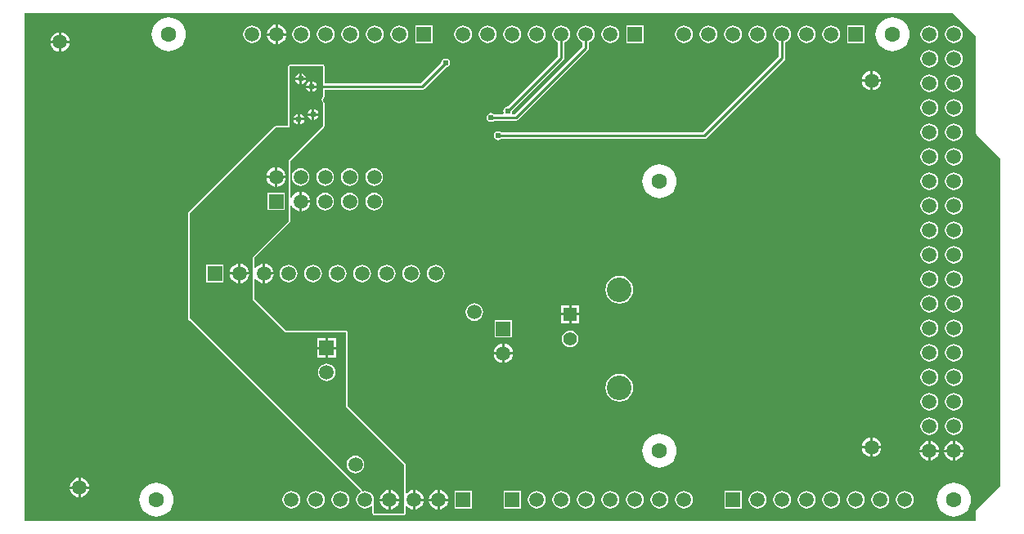
<source format=gbl>
G04*
G04 #@! TF.GenerationSoftware,Altium Limited,Altium Designer,20.0.14 (345)*
G04*
G04 Layer_Physical_Order=2*
G04 Layer_Color=16711680*
%FSLAX43Y43*%
%MOMM*%
G71*
G01*
G75*
%ADD13C,0.254*%
%ADD44C,1.500*%
%ADD45C,1.400*%
%ADD46R,1.400X1.400*%
%ADD47C,2.550*%
%ADD48R,1.500X1.500*%
%ADD49R,1.500X1.500*%
%ADD50C,1.600*%
%ADD51C,0.610*%
G36*
X98754Y50673D02*
Y40640D01*
X98754Y40640D01*
X98777Y40523D01*
X98844Y40424D01*
X101294Y37973D01*
Y3937D01*
X98844Y1486D01*
X98844Y1486D01*
X98777Y1387D01*
X98754Y1270D01*
X98754Y1270D01*
Y306D01*
X306D01*
Y53034D01*
X96393D01*
X98754Y50673D01*
D02*
G37*
%LPC*%
G36*
X26543Y51796D02*
Y50927D01*
X27412D01*
X27394Y51062D01*
X27293Y51306D01*
X27132Y51516D01*
X26922Y51677D01*
X26678Y51778D01*
X26543Y51796D01*
D02*
G37*
G36*
X26289D02*
X26154Y51778D01*
X25910Y51677D01*
X25700Y51516D01*
X25539Y51306D01*
X25438Y51062D01*
X25420Y50927D01*
X26289D01*
Y51796D01*
D02*
G37*
G36*
X4127Y50996D02*
Y50127D01*
X4996D01*
X4978Y50262D01*
X4877Y50506D01*
X4716Y50716D01*
X4506Y50877D01*
X4262Y50978D01*
X4127Y50996D01*
D02*
G37*
G36*
X3873D02*
X3738Y50978D01*
X3494Y50877D01*
X3284Y50716D01*
X3123Y50506D01*
X3022Y50262D01*
X3004Y50127D01*
X3873D01*
Y50996D01*
D02*
G37*
G36*
X87262Y51702D02*
X85458D01*
Y49898D01*
X87262D01*
Y51702D01*
D02*
G37*
G36*
X64402D02*
X62598D01*
Y49898D01*
X64402D01*
Y51702D01*
D02*
G37*
G36*
X42558D02*
X40754D01*
Y49898D01*
X42558D01*
Y51702D01*
D02*
G37*
G36*
X96520Y51710D02*
X96284Y51679D01*
X96065Y51588D01*
X95876Y51444D01*
X95732Y51255D01*
X95641Y51036D01*
X95610Y50800D01*
X95641Y50564D01*
X95732Y50345D01*
X95876Y50156D01*
X96065Y50012D01*
X96284Y49921D01*
X96520Y49890D01*
X96756Y49921D01*
X96975Y50012D01*
X97164Y50156D01*
X97308Y50345D01*
X97399Y50564D01*
X97430Y50800D01*
X97399Y51036D01*
X97308Y51255D01*
X97164Y51444D01*
X96975Y51588D01*
X96756Y51679D01*
X96520Y51710D01*
D02*
G37*
G36*
X93980D02*
X93744Y51679D01*
X93525Y51588D01*
X93336Y51444D01*
X93192Y51255D01*
X93101Y51036D01*
X93070Y50800D01*
X93101Y50564D01*
X93192Y50345D01*
X93336Y50156D01*
X93525Y50012D01*
X93744Y49921D01*
X93980Y49890D01*
X94216Y49921D01*
X94435Y50012D01*
X94624Y50156D01*
X94768Y50345D01*
X94859Y50564D01*
X94890Y50800D01*
X94859Y51036D01*
X94768Y51255D01*
X94624Y51444D01*
X94435Y51588D01*
X94216Y51679D01*
X93980Y51710D01*
D02*
G37*
G36*
X83820D02*
X83584Y51679D01*
X83365Y51588D01*
X83176Y51444D01*
X83032Y51255D01*
X82941Y51036D01*
X82910Y50800D01*
X82941Y50564D01*
X83032Y50345D01*
X83176Y50156D01*
X83365Y50012D01*
X83584Y49921D01*
X83820Y49890D01*
X84056Y49921D01*
X84275Y50012D01*
X84464Y50156D01*
X84608Y50345D01*
X84699Y50564D01*
X84730Y50800D01*
X84699Y51036D01*
X84608Y51255D01*
X84464Y51444D01*
X84275Y51588D01*
X84056Y51679D01*
X83820Y51710D01*
D02*
G37*
G36*
X81280D02*
X81044Y51679D01*
X80825Y51588D01*
X80636Y51444D01*
X80492Y51255D01*
X80401Y51036D01*
X80370Y50800D01*
X80401Y50564D01*
X80492Y50345D01*
X80636Y50156D01*
X80825Y50012D01*
X81044Y49921D01*
X81280Y49890D01*
X81516Y49921D01*
X81735Y50012D01*
X81924Y50156D01*
X82068Y50345D01*
X82159Y50564D01*
X82190Y50800D01*
X82159Y51036D01*
X82068Y51255D01*
X81924Y51444D01*
X81735Y51588D01*
X81516Y51679D01*
X81280Y51710D01*
D02*
G37*
G36*
X76200D02*
X75964Y51679D01*
X75745Y51588D01*
X75556Y51444D01*
X75412Y51255D01*
X75321Y51036D01*
X75290Y50800D01*
X75321Y50564D01*
X75412Y50345D01*
X75556Y50156D01*
X75745Y50012D01*
X75964Y49921D01*
X76200Y49890D01*
X76436Y49921D01*
X76655Y50012D01*
X76844Y50156D01*
X76988Y50345D01*
X77079Y50564D01*
X77110Y50800D01*
X77079Y51036D01*
X76988Y51255D01*
X76844Y51444D01*
X76655Y51588D01*
X76436Y51679D01*
X76200Y51710D01*
D02*
G37*
G36*
X73660D02*
X73424Y51679D01*
X73205Y51588D01*
X73016Y51444D01*
X72872Y51255D01*
X72781Y51036D01*
X72750Y50800D01*
X72781Y50564D01*
X72872Y50345D01*
X73016Y50156D01*
X73205Y50012D01*
X73424Y49921D01*
X73660Y49890D01*
X73896Y49921D01*
X74115Y50012D01*
X74304Y50156D01*
X74448Y50345D01*
X74539Y50564D01*
X74570Y50800D01*
X74539Y51036D01*
X74448Y51255D01*
X74304Y51444D01*
X74115Y51588D01*
X73896Y51679D01*
X73660Y51710D01*
D02*
G37*
G36*
X71120D02*
X70884Y51679D01*
X70665Y51588D01*
X70476Y51444D01*
X70332Y51255D01*
X70241Y51036D01*
X70210Y50800D01*
X70241Y50564D01*
X70332Y50345D01*
X70476Y50156D01*
X70665Y50012D01*
X70884Y49921D01*
X71120Y49890D01*
X71356Y49921D01*
X71575Y50012D01*
X71764Y50156D01*
X71908Y50345D01*
X71999Y50564D01*
X72030Y50800D01*
X71999Y51036D01*
X71908Y51255D01*
X71764Y51444D01*
X71575Y51588D01*
X71356Y51679D01*
X71120Y51710D01*
D02*
G37*
G36*
X68580D02*
X68344Y51679D01*
X68125Y51588D01*
X67936Y51444D01*
X67792Y51255D01*
X67701Y51036D01*
X67670Y50800D01*
X67701Y50564D01*
X67792Y50345D01*
X67936Y50156D01*
X68125Y50012D01*
X68344Y49921D01*
X68580Y49890D01*
X68816Y49921D01*
X69035Y50012D01*
X69224Y50156D01*
X69368Y50345D01*
X69459Y50564D01*
X69490Y50800D01*
X69459Y51036D01*
X69368Y51255D01*
X69224Y51444D01*
X69035Y51588D01*
X68816Y51679D01*
X68580Y51710D01*
D02*
G37*
G36*
X60960D02*
X60724Y51679D01*
X60505Y51588D01*
X60316Y51444D01*
X60172Y51255D01*
X60081Y51036D01*
X60050Y50800D01*
X60081Y50564D01*
X60172Y50345D01*
X60316Y50156D01*
X60505Y50012D01*
X60724Y49921D01*
X60960Y49890D01*
X61196Y49921D01*
X61415Y50012D01*
X61604Y50156D01*
X61748Y50345D01*
X61839Y50564D01*
X61870Y50800D01*
X61839Y51036D01*
X61748Y51255D01*
X61604Y51444D01*
X61415Y51588D01*
X61196Y51679D01*
X60960Y51710D01*
D02*
G37*
G36*
X53340D02*
X53104Y51679D01*
X52885Y51588D01*
X52696Y51444D01*
X52552Y51255D01*
X52461Y51036D01*
X52430Y50800D01*
X52461Y50564D01*
X52552Y50345D01*
X52696Y50156D01*
X52885Y50012D01*
X53104Y49921D01*
X53340Y49890D01*
X53576Y49921D01*
X53795Y50012D01*
X53984Y50156D01*
X54128Y50345D01*
X54219Y50564D01*
X54250Y50800D01*
X54219Y51036D01*
X54128Y51255D01*
X53984Y51444D01*
X53795Y51588D01*
X53576Y51679D01*
X53340Y51710D01*
D02*
G37*
G36*
X50800D02*
X50564Y51679D01*
X50345Y51588D01*
X50156Y51444D01*
X50012Y51255D01*
X49921Y51036D01*
X49890Y50800D01*
X49921Y50564D01*
X50012Y50345D01*
X50156Y50156D01*
X50345Y50012D01*
X50564Y49921D01*
X50800Y49890D01*
X51036Y49921D01*
X51255Y50012D01*
X51444Y50156D01*
X51588Y50345D01*
X51679Y50564D01*
X51710Y50800D01*
X51679Y51036D01*
X51588Y51255D01*
X51444Y51444D01*
X51255Y51588D01*
X51036Y51679D01*
X50800Y51710D01*
D02*
G37*
G36*
X48260D02*
X48024Y51679D01*
X47805Y51588D01*
X47616Y51444D01*
X47472Y51255D01*
X47381Y51036D01*
X47350Y50800D01*
X47381Y50564D01*
X47472Y50345D01*
X47616Y50156D01*
X47805Y50012D01*
X48024Y49921D01*
X48260Y49890D01*
X48496Y49921D01*
X48715Y50012D01*
X48904Y50156D01*
X49048Y50345D01*
X49139Y50564D01*
X49170Y50800D01*
X49139Y51036D01*
X49048Y51255D01*
X48904Y51444D01*
X48715Y51588D01*
X48496Y51679D01*
X48260Y51710D01*
D02*
G37*
G36*
X45720D02*
X45484Y51679D01*
X45265Y51588D01*
X45076Y51444D01*
X44932Y51255D01*
X44841Y51036D01*
X44810Y50800D01*
X44841Y50564D01*
X44932Y50345D01*
X45076Y50156D01*
X45265Y50012D01*
X45484Y49921D01*
X45720Y49890D01*
X45956Y49921D01*
X46175Y50012D01*
X46364Y50156D01*
X46508Y50345D01*
X46599Y50564D01*
X46630Y50800D01*
X46599Y51036D01*
X46508Y51255D01*
X46364Y51444D01*
X46175Y51588D01*
X45956Y51679D01*
X45720Y51710D01*
D02*
G37*
G36*
X39116D02*
X38880Y51679D01*
X38661Y51588D01*
X38472Y51444D01*
X38328Y51255D01*
X38237Y51036D01*
X38206Y50800D01*
X38237Y50564D01*
X38328Y50345D01*
X38472Y50156D01*
X38661Y50012D01*
X38880Y49921D01*
X39116Y49890D01*
X39352Y49921D01*
X39571Y50012D01*
X39760Y50156D01*
X39904Y50345D01*
X39995Y50564D01*
X40026Y50800D01*
X39995Y51036D01*
X39904Y51255D01*
X39760Y51444D01*
X39571Y51588D01*
X39352Y51679D01*
X39116Y51710D01*
D02*
G37*
G36*
X36576D02*
X36340Y51679D01*
X36121Y51588D01*
X35932Y51444D01*
X35788Y51255D01*
X35697Y51036D01*
X35666Y50800D01*
X35697Y50564D01*
X35788Y50345D01*
X35932Y50156D01*
X36121Y50012D01*
X36340Y49921D01*
X36576Y49890D01*
X36812Y49921D01*
X37031Y50012D01*
X37220Y50156D01*
X37364Y50345D01*
X37455Y50564D01*
X37486Y50800D01*
X37455Y51036D01*
X37364Y51255D01*
X37220Y51444D01*
X37031Y51588D01*
X36812Y51679D01*
X36576Y51710D01*
D02*
G37*
G36*
X34036D02*
X33800Y51679D01*
X33581Y51588D01*
X33392Y51444D01*
X33248Y51255D01*
X33157Y51036D01*
X33126Y50800D01*
X33157Y50564D01*
X33248Y50345D01*
X33392Y50156D01*
X33581Y50012D01*
X33800Y49921D01*
X34036Y49890D01*
X34272Y49921D01*
X34491Y50012D01*
X34680Y50156D01*
X34824Y50345D01*
X34915Y50564D01*
X34946Y50800D01*
X34915Y51036D01*
X34824Y51255D01*
X34680Y51444D01*
X34491Y51588D01*
X34272Y51679D01*
X34036Y51710D01*
D02*
G37*
G36*
X31496D02*
X31260Y51679D01*
X31041Y51588D01*
X30852Y51444D01*
X30708Y51255D01*
X30617Y51036D01*
X30586Y50800D01*
X30617Y50564D01*
X30708Y50345D01*
X30852Y50156D01*
X31041Y50012D01*
X31260Y49921D01*
X31496Y49890D01*
X31732Y49921D01*
X31951Y50012D01*
X32140Y50156D01*
X32284Y50345D01*
X32375Y50564D01*
X32406Y50800D01*
X32375Y51036D01*
X32284Y51255D01*
X32140Y51444D01*
X31951Y51588D01*
X31732Y51679D01*
X31496Y51710D01*
D02*
G37*
G36*
X28956D02*
X28720Y51679D01*
X28501Y51588D01*
X28312Y51444D01*
X28168Y51255D01*
X28077Y51036D01*
X28046Y50800D01*
X28077Y50564D01*
X28168Y50345D01*
X28312Y50156D01*
X28501Y50012D01*
X28720Y49921D01*
X28956Y49890D01*
X29192Y49921D01*
X29411Y50012D01*
X29600Y50156D01*
X29744Y50345D01*
X29835Y50564D01*
X29866Y50800D01*
X29835Y51036D01*
X29744Y51255D01*
X29600Y51444D01*
X29411Y51588D01*
X29192Y51679D01*
X28956Y51710D01*
D02*
G37*
G36*
X23876D02*
X23640Y51679D01*
X23421Y51588D01*
X23232Y51444D01*
X23088Y51255D01*
X22997Y51036D01*
X22966Y50800D01*
X22997Y50564D01*
X23088Y50345D01*
X23232Y50156D01*
X23421Y50012D01*
X23640Y49921D01*
X23876Y49890D01*
X24112Y49921D01*
X24331Y50012D01*
X24520Y50156D01*
X24664Y50345D01*
X24755Y50564D01*
X24786Y50800D01*
X24755Y51036D01*
X24664Y51255D01*
X24520Y51444D01*
X24331Y51588D01*
X24112Y51679D01*
X23876Y51710D01*
D02*
G37*
G36*
X27412Y50673D02*
X26543D01*
Y49804D01*
X26678Y49822D01*
X26922Y49923D01*
X27132Y50084D01*
X27293Y50294D01*
X27394Y50538D01*
X27412Y50673D01*
D02*
G37*
G36*
X26289D02*
X25420D01*
X25438Y50538D01*
X25539Y50294D01*
X25700Y50084D01*
X25910Y49923D01*
X26154Y49822D01*
X26289Y49804D01*
Y50673D01*
D02*
G37*
G36*
X90170Y52561D02*
X89826Y52527D01*
X89496Y52427D01*
X89192Y52264D01*
X88925Y52045D01*
X88706Y51778D01*
X88543Y51474D01*
X88443Y51144D01*
X88409Y50800D01*
X88443Y50456D01*
X88543Y50126D01*
X88706Y49822D01*
X88925Y49555D01*
X89192Y49336D01*
X89496Y49173D01*
X89826Y49073D01*
X90170Y49039D01*
X90514Y49073D01*
X90844Y49173D01*
X91148Y49336D01*
X91415Y49555D01*
X91634Y49822D01*
X91797Y50126D01*
X91897Y50456D01*
X91931Y50800D01*
X91897Y51144D01*
X91797Y51474D01*
X91634Y51778D01*
X91415Y52045D01*
X91148Y52264D01*
X90844Y52427D01*
X90514Y52527D01*
X90170Y52561D01*
D02*
G37*
G36*
X15240D02*
X14896Y52527D01*
X14566Y52427D01*
X14262Y52264D01*
X13995Y52045D01*
X13776Y51778D01*
X13613Y51474D01*
X13513Y51144D01*
X13479Y50800D01*
X13513Y50456D01*
X13613Y50126D01*
X13776Y49822D01*
X13995Y49555D01*
X14262Y49336D01*
X14566Y49173D01*
X14896Y49073D01*
X15240Y49039D01*
X15584Y49073D01*
X15914Y49173D01*
X16218Y49336D01*
X16485Y49555D01*
X16704Y49822D01*
X16867Y50126D01*
X16967Y50456D01*
X17001Y50800D01*
X16967Y51144D01*
X16867Y51474D01*
X16704Y51778D01*
X16485Y52045D01*
X16218Y52264D01*
X15914Y52427D01*
X15584Y52527D01*
X15240Y52561D01*
D02*
G37*
G36*
X4996Y49873D02*
X4127D01*
Y49004D01*
X4262Y49022D01*
X4506Y49123D01*
X4716Y49284D01*
X4877Y49494D01*
X4978Y49738D01*
X4996Y49873D01*
D02*
G37*
G36*
X3873D02*
X3004D01*
X3022Y49738D01*
X3123Y49494D01*
X3284Y49284D01*
X3494Y49123D01*
X3738Y49022D01*
X3873Y49004D01*
Y49873D01*
D02*
G37*
G36*
X96520Y49170D02*
X96284Y49139D01*
X96065Y49048D01*
X95876Y48904D01*
X95732Y48715D01*
X95641Y48496D01*
X95610Y48260D01*
X95641Y48024D01*
X95732Y47805D01*
X95876Y47616D01*
X96065Y47472D01*
X96284Y47381D01*
X96520Y47350D01*
X96756Y47381D01*
X96975Y47472D01*
X97164Y47616D01*
X97308Y47805D01*
X97399Y48024D01*
X97430Y48260D01*
X97399Y48496D01*
X97308Y48715D01*
X97164Y48904D01*
X96975Y49048D01*
X96756Y49139D01*
X96520Y49170D01*
D02*
G37*
G36*
X93980D02*
X93744Y49139D01*
X93525Y49048D01*
X93336Y48904D01*
X93192Y48715D01*
X93101Y48496D01*
X93070Y48260D01*
X93101Y48024D01*
X93192Y47805D01*
X93336Y47616D01*
X93525Y47472D01*
X93744Y47381D01*
X93980Y47350D01*
X94216Y47381D01*
X94435Y47472D01*
X94624Y47616D01*
X94768Y47805D01*
X94859Y48024D01*
X94890Y48260D01*
X94859Y48496D01*
X94768Y48715D01*
X94624Y48904D01*
X94435Y49048D01*
X94216Y49139D01*
X93980Y49170D01*
D02*
G37*
G36*
X88127Y46996D02*
Y46127D01*
X88996D01*
X88978Y46262D01*
X88877Y46506D01*
X88716Y46716D01*
X88506Y46877D01*
X88262Y46978D01*
X88127Y46996D01*
D02*
G37*
G36*
X87873D02*
X87738Y46978D01*
X87494Y46877D01*
X87284Y46716D01*
X87123Y46506D01*
X87022Y46262D01*
X87004Y46127D01*
X87873D01*
Y46996D01*
D02*
G37*
G36*
X43900Y48299D02*
X43722Y48263D01*
X43570Y48162D01*
X43469Y48011D01*
X43435Y47839D01*
X41310Y45714D01*
X31375D01*
Y47479D01*
X31362Y47509D01*
Y47542D01*
X31339Y47565D01*
X31327Y47596D01*
X31296Y47608D01*
X31273Y47632D01*
X31223Y47652D01*
X31190D01*
X31160Y47665D01*
X27750D01*
X27633Y47617D01*
X27585Y47500D01*
Y41290D01*
X26317D01*
X26201Y41242D01*
X17283Y32324D01*
X17235Y32208D01*
Y21400D01*
X17283Y21283D01*
X35114Y3452D01*
X35079Y3308D01*
X34916Y3184D01*
X34772Y2995D01*
X34681Y2776D01*
X34650Y2540D01*
X34681Y2304D01*
X34772Y2085D01*
X34916Y1896D01*
X35105Y1752D01*
X35324Y1661D01*
X35560Y1630D01*
X35796Y1661D01*
X36015Y1752D01*
X36204Y1896D01*
X36215Y1911D01*
X36335Y1870D01*
X36335Y1166D01*
X36383Y1049D01*
X36473Y959D01*
X36590Y911D01*
X39600Y911D01*
X39717Y959D01*
X39717Y959D01*
X39765Y1076D01*
Y1834D01*
X39885Y1874D01*
X39924Y1824D01*
X40134Y1663D01*
X40378Y1562D01*
X40513Y1544D01*
Y2540D01*
Y3536D01*
X40378Y3518D01*
X40134Y3417D01*
X39924Y3256D01*
X39885Y3206D01*
X39765Y3246D01*
X39765Y6200D01*
X39717Y6317D01*
X33765Y12268D01*
X33765Y19930D01*
X33717Y20047D01*
X33600Y20095D01*
X27378Y20095D01*
X24105Y23368D01*
Y25471D01*
X24232Y25496D01*
X24233Y25494D01*
X24394Y25284D01*
X24604Y25123D01*
X24848Y25022D01*
X24983Y25004D01*
Y26000D01*
Y26996D01*
X24848Y26978D01*
X24604Y26877D01*
X24394Y26716D01*
X24233Y26506D01*
X24232Y26504D01*
X24105Y26529D01*
Y27642D01*
X25147Y28683D01*
X27767Y31303D01*
X27815Y31420D01*
Y33124D01*
X27942Y33149D01*
X28023Y32954D01*
X28184Y32744D01*
X28394Y32583D01*
X28638Y32482D01*
X28773Y32464D01*
Y33460D01*
Y34456D01*
X28638Y34438D01*
X28394Y34337D01*
X28184Y34176D01*
X28023Y33966D01*
X27942Y33771D01*
X27815Y33796D01*
Y37682D01*
X30708Y40574D01*
X30708Y40574D01*
X31327Y41193D01*
X31375Y41310D01*
Y43665D01*
X31368Y43681D01*
X31372Y43697D01*
X31345Y43737D01*
X31344Y43741D01*
X31339Y43762D01*
X31327Y43780D01*
X31327Y43782D01*
X31326Y43782D01*
X31257Y43886D01*
X31234Y44000D01*
X31257Y44114D01*
X31326Y44218D01*
X31327Y44218D01*
X31327Y44220D01*
X31339Y44238D01*
X31344Y44259D01*
X31345Y44263D01*
X31372Y44303D01*
X31368Y44319D01*
X31375Y44335D01*
Y45048D01*
X41449D01*
X41576Y45073D01*
X41684Y45145D01*
X43906Y47367D01*
X44078Y47402D01*
X44230Y47503D01*
X44331Y47654D01*
X44366Y47832D01*
X44331Y48011D01*
X44230Y48162D01*
X44078Y48263D01*
X43900Y48299D01*
D02*
G37*
G36*
X88996Y45873D02*
X88127D01*
Y45004D01*
X88262Y45022D01*
X88506Y45123D01*
X88716Y45284D01*
X88877Y45494D01*
X88978Y45738D01*
X88996Y45873D01*
D02*
G37*
G36*
X87873D02*
X87004D01*
X87022Y45738D01*
X87123Y45494D01*
X87284Y45284D01*
X87494Y45123D01*
X87738Y45022D01*
X87873Y45004D01*
Y45873D01*
D02*
G37*
G36*
X96520Y46630D02*
X96284Y46599D01*
X96065Y46508D01*
X95876Y46364D01*
X95732Y46175D01*
X95641Y45956D01*
X95610Y45720D01*
X95641Y45484D01*
X95732Y45265D01*
X95876Y45076D01*
X96065Y44932D01*
X96284Y44841D01*
X96520Y44810D01*
X96756Y44841D01*
X96975Y44932D01*
X97164Y45076D01*
X97308Y45265D01*
X97399Y45484D01*
X97430Y45720D01*
X97399Y45956D01*
X97308Y46175D01*
X97164Y46364D01*
X96975Y46508D01*
X96756Y46599D01*
X96520Y46630D01*
D02*
G37*
G36*
X93980D02*
X93744Y46599D01*
X93525Y46508D01*
X93336Y46364D01*
X93192Y46175D01*
X93101Y45956D01*
X93070Y45720D01*
X93101Y45484D01*
X93192Y45265D01*
X93336Y45076D01*
X93525Y44932D01*
X93744Y44841D01*
X93980Y44810D01*
X94216Y44841D01*
X94435Y44932D01*
X94624Y45076D01*
X94768Y45265D01*
X94859Y45484D01*
X94890Y45720D01*
X94859Y45956D01*
X94768Y46175D01*
X94624Y46364D01*
X94435Y46508D01*
X94216Y46599D01*
X93980Y46630D01*
D02*
G37*
G36*
X58420Y51710D02*
X58184Y51679D01*
X57965Y51588D01*
X57776Y51444D01*
X57632Y51255D01*
X57541Y51036D01*
X57510Y50800D01*
X57541Y50564D01*
X57632Y50345D01*
X57776Y50156D01*
X57965Y50012D01*
X58087Y49961D01*
Y49508D01*
X51107Y42528D01*
X50815D01*
X50755Y42640D01*
X50776Y42672D01*
X50810Y42844D01*
X56116Y48149D01*
X56188Y48257D01*
X56213Y48385D01*
Y49961D01*
X56335Y50012D01*
X56524Y50156D01*
X56668Y50345D01*
X56759Y50564D01*
X56790Y50800D01*
X56759Y51036D01*
X56668Y51255D01*
X56524Y51444D01*
X56335Y51588D01*
X56116Y51679D01*
X55880Y51710D01*
X55644Y51679D01*
X55425Y51588D01*
X55236Y51444D01*
X55092Y51255D01*
X55001Y51036D01*
X54970Y50800D01*
X55001Y50564D01*
X55092Y50345D01*
X55236Y50156D01*
X55425Y50012D01*
X55547Y49961D01*
Y48523D01*
X50339Y43315D01*
X50167Y43281D01*
X50015Y43180D01*
X49914Y43028D01*
X49879Y42850D01*
X49914Y42672D01*
X49935Y42640D01*
X49875Y42528D01*
X48944D01*
X48799Y42626D01*
X48620Y42661D01*
X48442Y42626D01*
X48290Y42525D01*
X48189Y42373D01*
X48154Y42195D01*
X48189Y42017D01*
X48290Y41865D01*
X48442Y41764D01*
X48620Y41729D01*
X48799Y41764D01*
X48944Y41862D01*
X51245D01*
X51373Y41887D01*
X51481Y41959D01*
X58656Y49134D01*
X58728Y49242D01*
X58753Y49370D01*
Y49961D01*
X58875Y50012D01*
X59064Y50156D01*
X59208Y50345D01*
X59299Y50564D01*
X59330Y50800D01*
X59299Y51036D01*
X59208Y51255D01*
X59064Y51444D01*
X58875Y51588D01*
X58656Y51679D01*
X58420Y51710D01*
D02*
G37*
G36*
X96520Y44090D02*
X96284Y44059D01*
X96065Y43968D01*
X95876Y43824D01*
X95732Y43635D01*
X95641Y43416D01*
X95610Y43180D01*
X95641Y42944D01*
X95732Y42725D01*
X95876Y42536D01*
X96065Y42392D01*
X96284Y42301D01*
X96520Y42270D01*
X96756Y42301D01*
X96975Y42392D01*
X97164Y42536D01*
X97308Y42725D01*
X97399Y42944D01*
X97430Y43180D01*
X97399Y43416D01*
X97308Y43635D01*
X97164Y43824D01*
X96975Y43968D01*
X96756Y44059D01*
X96520Y44090D01*
D02*
G37*
G36*
X93980D02*
X93744Y44059D01*
X93525Y43968D01*
X93336Y43824D01*
X93192Y43635D01*
X93101Y43416D01*
X93070Y43180D01*
X93101Y42944D01*
X93192Y42725D01*
X93336Y42536D01*
X93525Y42392D01*
X93744Y42301D01*
X93980Y42270D01*
X94216Y42301D01*
X94435Y42392D01*
X94624Y42536D01*
X94768Y42725D01*
X94859Y42944D01*
X94890Y43180D01*
X94859Y43416D01*
X94768Y43635D01*
X94624Y43824D01*
X94435Y43968D01*
X94216Y44059D01*
X93980Y44090D01*
D02*
G37*
G36*
X78740Y51710D02*
X78504Y51679D01*
X78285Y51588D01*
X78096Y51444D01*
X77952Y51255D01*
X77861Y51036D01*
X77830Y50800D01*
X77861Y50564D01*
X77952Y50345D01*
X78096Y50156D01*
X78285Y50012D01*
X78407Y49961D01*
Y48478D01*
X70562Y40633D01*
X49676D01*
X49530Y40731D01*
X49352Y40766D01*
X49173Y40731D01*
X49022Y40630D01*
X48921Y40478D01*
X48885Y40300D01*
X48921Y40122D01*
X49022Y39970D01*
X49173Y39869D01*
X49352Y39834D01*
X49530Y39869D01*
X49676Y39967D01*
X70700D01*
X70828Y39992D01*
X70936Y40064D01*
X78976Y48104D01*
X79048Y48212D01*
X79073Y48340D01*
Y49961D01*
X79195Y50012D01*
X79384Y50156D01*
X79528Y50345D01*
X79619Y50564D01*
X79650Y50800D01*
X79619Y51036D01*
X79528Y51255D01*
X79384Y51444D01*
X79195Y51588D01*
X78976Y51679D01*
X78740Y51710D01*
D02*
G37*
G36*
X96520Y41550D02*
X96284Y41519D01*
X96065Y41428D01*
X95876Y41284D01*
X95732Y41095D01*
X95641Y40876D01*
X95610Y40640D01*
X95641Y40404D01*
X95732Y40185D01*
X95876Y39996D01*
X96065Y39852D01*
X96284Y39761D01*
X96520Y39730D01*
X96756Y39761D01*
X96975Y39852D01*
X97164Y39996D01*
X97308Y40185D01*
X97399Y40404D01*
X97430Y40640D01*
X97399Y40876D01*
X97308Y41095D01*
X97164Y41284D01*
X96975Y41428D01*
X96756Y41519D01*
X96520Y41550D01*
D02*
G37*
G36*
X93980D02*
X93744Y41519D01*
X93525Y41428D01*
X93336Y41284D01*
X93192Y41095D01*
X93101Y40876D01*
X93070Y40640D01*
X93101Y40404D01*
X93192Y40185D01*
X93336Y39996D01*
X93525Y39852D01*
X93744Y39761D01*
X93980Y39730D01*
X94216Y39761D01*
X94435Y39852D01*
X94624Y39996D01*
X94768Y40185D01*
X94859Y40404D01*
X94890Y40640D01*
X94859Y40876D01*
X94768Y41095D01*
X94624Y41284D01*
X94435Y41428D01*
X94216Y41519D01*
X93980Y41550D01*
D02*
G37*
G36*
X96520Y39010D02*
X96284Y38979D01*
X96065Y38888D01*
X95876Y38744D01*
X95732Y38555D01*
X95641Y38336D01*
X95610Y38100D01*
X95641Y37864D01*
X95732Y37645D01*
X95876Y37456D01*
X96065Y37312D01*
X96284Y37221D01*
X96520Y37190D01*
X96756Y37221D01*
X96975Y37312D01*
X97164Y37456D01*
X97308Y37645D01*
X97399Y37864D01*
X97430Y38100D01*
X97399Y38336D01*
X97308Y38555D01*
X97164Y38744D01*
X96975Y38888D01*
X96756Y38979D01*
X96520Y39010D01*
D02*
G37*
G36*
X93980D02*
X93744Y38979D01*
X93525Y38888D01*
X93336Y38744D01*
X93192Y38555D01*
X93101Y38336D01*
X93070Y38100D01*
X93101Y37864D01*
X93192Y37645D01*
X93336Y37456D01*
X93525Y37312D01*
X93744Y37221D01*
X93980Y37190D01*
X94216Y37221D01*
X94435Y37312D01*
X94624Y37456D01*
X94768Y37645D01*
X94859Y37864D01*
X94890Y38100D01*
X94859Y38336D01*
X94768Y38555D01*
X94624Y38744D01*
X94435Y38888D01*
X94216Y38979D01*
X93980Y39010D01*
D02*
G37*
G36*
X36520Y36910D02*
X36284Y36879D01*
X36065Y36788D01*
X35876Y36644D01*
X35732Y36455D01*
X35641Y36236D01*
X35610Y36000D01*
X35641Y35764D01*
X35732Y35545D01*
X35876Y35356D01*
X36065Y35212D01*
X36284Y35121D01*
X36520Y35090D01*
X36756Y35121D01*
X36975Y35212D01*
X37164Y35356D01*
X37308Y35545D01*
X37399Y35764D01*
X37430Y36000D01*
X37399Y36236D01*
X37308Y36455D01*
X37164Y36644D01*
X36975Y36788D01*
X36756Y36879D01*
X36520Y36910D01*
D02*
G37*
G36*
X33980D02*
X33744Y36879D01*
X33525Y36788D01*
X33336Y36644D01*
X33192Y36455D01*
X33101Y36236D01*
X33070Y36000D01*
X33101Y35764D01*
X33192Y35545D01*
X33336Y35356D01*
X33525Y35212D01*
X33744Y35121D01*
X33980Y35090D01*
X34216Y35121D01*
X34435Y35212D01*
X34624Y35356D01*
X34768Y35545D01*
X34859Y35764D01*
X34890Y36000D01*
X34859Y36236D01*
X34768Y36455D01*
X34624Y36644D01*
X34435Y36788D01*
X34216Y36879D01*
X33980Y36910D01*
D02*
G37*
G36*
X31440D02*
X31204Y36879D01*
X30985Y36788D01*
X30796Y36644D01*
X30652Y36455D01*
X30561Y36236D01*
X30530Y36000D01*
X30561Y35764D01*
X30652Y35545D01*
X30796Y35356D01*
X30985Y35212D01*
X31204Y35121D01*
X31440Y35090D01*
X31676Y35121D01*
X31895Y35212D01*
X32084Y35356D01*
X32228Y35545D01*
X32319Y35764D01*
X32350Y36000D01*
X32319Y36236D01*
X32228Y36455D01*
X32084Y36644D01*
X31895Y36788D01*
X31676Y36879D01*
X31440Y36910D01*
D02*
G37*
G36*
X28900D02*
X28664Y36879D01*
X28445Y36788D01*
X28256Y36644D01*
X28112Y36455D01*
X28021Y36236D01*
X27990Y36000D01*
X28021Y35764D01*
X28112Y35545D01*
X28256Y35356D01*
X28445Y35212D01*
X28664Y35121D01*
X28900Y35090D01*
X29136Y35121D01*
X29355Y35212D01*
X29544Y35356D01*
X29688Y35545D01*
X29779Y35764D01*
X29810Y36000D01*
X29779Y36236D01*
X29688Y36455D01*
X29544Y36644D01*
X29355Y36788D01*
X29136Y36879D01*
X28900Y36910D01*
D02*
G37*
G36*
X96520Y36470D02*
X96284Y36439D01*
X96065Y36348D01*
X95876Y36204D01*
X95732Y36015D01*
X95641Y35796D01*
X95610Y35560D01*
X95641Y35324D01*
X95732Y35105D01*
X95876Y34916D01*
X96065Y34772D01*
X96284Y34681D01*
X96520Y34650D01*
X96756Y34681D01*
X96975Y34772D01*
X97164Y34916D01*
X97308Y35105D01*
X97399Y35324D01*
X97430Y35560D01*
X97399Y35796D01*
X97308Y36015D01*
X97164Y36204D01*
X96975Y36348D01*
X96756Y36439D01*
X96520Y36470D01*
D02*
G37*
G36*
X93980D02*
X93744Y36439D01*
X93525Y36348D01*
X93336Y36204D01*
X93192Y36015D01*
X93101Y35796D01*
X93070Y35560D01*
X93101Y35324D01*
X93192Y35105D01*
X93336Y34916D01*
X93525Y34772D01*
X93744Y34681D01*
X93980Y34650D01*
X94216Y34681D01*
X94435Y34772D01*
X94624Y34916D01*
X94768Y35105D01*
X94859Y35324D01*
X94890Y35560D01*
X94859Y35796D01*
X94768Y36015D01*
X94624Y36204D01*
X94435Y36348D01*
X94216Y36439D01*
X93980Y36470D01*
D02*
G37*
G36*
X66040Y37321D02*
X65696Y37287D01*
X65366Y37187D01*
X65062Y37024D01*
X64795Y36805D01*
X64576Y36538D01*
X64413Y36234D01*
X64313Y35904D01*
X64279Y35560D01*
X64313Y35216D01*
X64413Y34886D01*
X64576Y34582D01*
X64795Y34315D01*
X65062Y34096D01*
X65366Y33933D01*
X65696Y33833D01*
X66040Y33799D01*
X66384Y33833D01*
X66714Y33933D01*
X67018Y34096D01*
X67285Y34315D01*
X67504Y34582D01*
X67667Y34886D01*
X67767Y35216D01*
X67801Y35560D01*
X67767Y35904D01*
X67667Y36234D01*
X67504Y36538D01*
X67285Y36805D01*
X67018Y37024D01*
X66714Y37187D01*
X66384Y37287D01*
X66040Y37321D01*
D02*
G37*
G36*
X29027Y34456D02*
Y33587D01*
X29896D01*
X29878Y33722D01*
X29777Y33966D01*
X29616Y34176D01*
X29406Y34337D01*
X29162Y34438D01*
X29027Y34456D01*
D02*
G37*
G36*
X36520Y34370D02*
X36284Y34339D01*
X36065Y34248D01*
X35876Y34104D01*
X35732Y33915D01*
X35641Y33696D01*
X35610Y33460D01*
X35641Y33224D01*
X35732Y33005D01*
X35876Y32816D01*
X36065Y32672D01*
X36284Y32581D01*
X36520Y32550D01*
X36756Y32581D01*
X36975Y32672D01*
X37164Y32816D01*
X37308Y33005D01*
X37399Y33224D01*
X37430Y33460D01*
X37399Y33696D01*
X37308Y33915D01*
X37164Y34104D01*
X36975Y34248D01*
X36756Y34339D01*
X36520Y34370D01*
D02*
G37*
G36*
X33980D02*
X33744Y34339D01*
X33525Y34248D01*
X33336Y34104D01*
X33192Y33915D01*
X33101Y33696D01*
X33070Y33460D01*
X33101Y33224D01*
X33192Y33005D01*
X33336Y32816D01*
X33525Y32672D01*
X33744Y32581D01*
X33980Y32550D01*
X34216Y32581D01*
X34435Y32672D01*
X34624Y32816D01*
X34768Y33005D01*
X34859Y33224D01*
X34890Y33460D01*
X34859Y33696D01*
X34768Y33915D01*
X34624Y34104D01*
X34435Y34248D01*
X34216Y34339D01*
X33980Y34370D01*
D02*
G37*
G36*
X31440D02*
X31204Y34339D01*
X30985Y34248D01*
X30796Y34104D01*
X30652Y33915D01*
X30561Y33696D01*
X30530Y33460D01*
X30561Y33224D01*
X30652Y33005D01*
X30796Y32816D01*
X30985Y32672D01*
X31204Y32581D01*
X31440Y32550D01*
X31676Y32581D01*
X31895Y32672D01*
X32084Y32816D01*
X32228Y33005D01*
X32319Y33224D01*
X32350Y33460D01*
X32319Y33696D01*
X32228Y33915D01*
X32084Y34104D01*
X31895Y34248D01*
X31676Y34339D01*
X31440Y34370D01*
D02*
G37*
G36*
X29896Y33333D02*
X29027D01*
Y32464D01*
X29162Y32482D01*
X29406Y32583D01*
X29616Y32744D01*
X29777Y32954D01*
X29878Y33198D01*
X29896Y33333D01*
D02*
G37*
G36*
X96520Y33930D02*
X96284Y33899D01*
X96065Y33808D01*
X95876Y33664D01*
X95732Y33475D01*
X95641Y33256D01*
X95610Y33020D01*
X95641Y32784D01*
X95732Y32565D01*
X95876Y32376D01*
X96065Y32232D01*
X96284Y32141D01*
X96520Y32110D01*
X96756Y32141D01*
X96975Y32232D01*
X97164Y32376D01*
X97308Y32565D01*
X97399Y32784D01*
X97430Y33020D01*
X97399Y33256D01*
X97308Y33475D01*
X97164Y33664D01*
X96975Y33808D01*
X96756Y33899D01*
X96520Y33930D01*
D02*
G37*
G36*
X93980D02*
X93744Y33899D01*
X93525Y33808D01*
X93336Y33664D01*
X93192Y33475D01*
X93101Y33256D01*
X93070Y33020D01*
X93101Y32784D01*
X93192Y32565D01*
X93336Y32376D01*
X93525Y32232D01*
X93744Y32141D01*
X93980Y32110D01*
X94216Y32141D01*
X94435Y32232D01*
X94624Y32376D01*
X94768Y32565D01*
X94859Y32784D01*
X94890Y33020D01*
X94859Y33256D01*
X94768Y33475D01*
X94624Y33664D01*
X94435Y33808D01*
X94216Y33899D01*
X93980Y33930D01*
D02*
G37*
G36*
X96520Y31390D02*
X96284Y31359D01*
X96065Y31268D01*
X95876Y31124D01*
X95732Y30935D01*
X95641Y30716D01*
X95610Y30480D01*
X95641Y30244D01*
X95732Y30025D01*
X95876Y29836D01*
X96065Y29692D01*
X96284Y29601D01*
X96520Y29570D01*
X96756Y29601D01*
X96975Y29692D01*
X97164Y29836D01*
X97308Y30025D01*
X97399Y30244D01*
X97430Y30480D01*
X97399Y30716D01*
X97308Y30935D01*
X97164Y31124D01*
X96975Y31268D01*
X96756Y31359D01*
X96520Y31390D01*
D02*
G37*
G36*
X93980D02*
X93744Y31359D01*
X93525Y31268D01*
X93336Y31124D01*
X93192Y30935D01*
X93101Y30716D01*
X93070Y30480D01*
X93101Y30244D01*
X93192Y30025D01*
X93336Y29836D01*
X93525Y29692D01*
X93744Y29601D01*
X93980Y29570D01*
X94216Y29601D01*
X94435Y29692D01*
X94624Y29836D01*
X94768Y30025D01*
X94859Y30244D01*
X94890Y30480D01*
X94859Y30716D01*
X94768Y30935D01*
X94624Y31124D01*
X94435Y31268D01*
X94216Y31359D01*
X93980Y31390D01*
D02*
G37*
G36*
X96520Y28850D02*
X96284Y28819D01*
X96065Y28728D01*
X95876Y28584D01*
X95732Y28395D01*
X95641Y28176D01*
X95610Y27940D01*
X95641Y27704D01*
X95732Y27485D01*
X95876Y27296D01*
X96065Y27152D01*
X96284Y27061D01*
X96520Y27030D01*
X96756Y27061D01*
X96975Y27152D01*
X97164Y27296D01*
X97308Y27485D01*
X97399Y27704D01*
X97430Y27940D01*
X97399Y28176D01*
X97308Y28395D01*
X97164Y28584D01*
X96975Y28728D01*
X96756Y28819D01*
X96520Y28850D01*
D02*
G37*
G36*
X93980D02*
X93744Y28819D01*
X93525Y28728D01*
X93336Y28584D01*
X93192Y28395D01*
X93101Y28176D01*
X93070Y27940D01*
X93101Y27704D01*
X93192Y27485D01*
X93336Y27296D01*
X93525Y27152D01*
X93744Y27061D01*
X93980Y27030D01*
X94216Y27061D01*
X94435Y27152D01*
X94624Y27296D01*
X94768Y27485D01*
X94859Y27704D01*
X94890Y27940D01*
X94859Y28176D01*
X94768Y28395D01*
X94624Y28584D01*
X94435Y28728D01*
X94216Y28819D01*
X93980Y28850D01*
D02*
G37*
G36*
X25237Y26996D02*
Y26127D01*
X26106D01*
X26088Y26262D01*
X25987Y26506D01*
X25826Y26716D01*
X25616Y26877D01*
X25372Y26978D01*
X25237Y26996D01*
D02*
G37*
G36*
X42890Y26910D02*
X42654Y26879D01*
X42435Y26788D01*
X42246Y26644D01*
X42102Y26455D01*
X42011Y26236D01*
X41980Y26000D01*
X42011Y25764D01*
X42102Y25545D01*
X42246Y25356D01*
X42435Y25212D01*
X42654Y25121D01*
X42890Y25090D01*
X43126Y25121D01*
X43345Y25212D01*
X43534Y25356D01*
X43678Y25545D01*
X43769Y25764D01*
X43800Y26000D01*
X43769Y26236D01*
X43678Y26455D01*
X43534Y26644D01*
X43345Y26788D01*
X43126Y26879D01*
X42890Y26910D01*
D02*
G37*
G36*
X40350D02*
X40114Y26879D01*
X39895Y26788D01*
X39706Y26644D01*
X39562Y26455D01*
X39471Y26236D01*
X39440Y26000D01*
X39471Y25764D01*
X39562Y25545D01*
X39706Y25356D01*
X39895Y25212D01*
X40114Y25121D01*
X40350Y25090D01*
X40586Y25121D01*
X40805Y25212D01*
X40994Y25356D01*
X41138Y25545D01*
X41229Y25764D01*
X41260Y26000D01*
X41229Y26236D01*
X41138Y26455D01*
X40994Y26644D01*
X40805Y26788D01*
X40586Y26879D01*
X40350Y26910D01*
D02*
G37*
G36*
X37810D02*
X37574Y26879D01*
X37355Y26788D01*
X37166Y26644D01*
X37022Y26455D01*
X36931Y26236D01*
X36900Y26000D01*
X36931Y25764D01*
X37022Y25545D01*
X37166Y25356D01*
X37355Y25212D01*
X37574Y25121D01*
X37810Y25090D01*
X38046Y25121D01*
X38265Y25212D01*
X38454Y25356D01*
X38598Y25545D01*
X38689Y25764D01*
X38720Y26000D01*
X38689Y26236D01*
X38598Y26455D01*
X38454Y26644D01*
X38265Y26788D01*
X38046Y26879D01*
X37810Y26910D01*
D02*
G37*
G36*
X35270D02*
X35034Y26879D01*
X34815Y26788D01*
X34626Y26644D01*
X34482Y26455D01*
X34391Y26236D01*
X34360Y26000D01*
X34391Y25764D01*
X34482Y25545D01*
X34626Y25356D01*
X34815Y25212D01*
X35034Y25121D01*
X35270Y25090D01*
X35506Y25121D01*
X35725Y25212D01*
X35914Y25356D01*
X36058Y25545D01*
X36149Y25764D01*
X36180Y26000D01*
X36149Y26236D01*
X36058Y26455D01*
X35914Y26644D01*
X35725Y26788D01*
X35506Y26879D01*
X35270Y26910D01*
D02*
G37*
G36*
X32730D02*
X32494Y26879D01*
X32275Y26788D01*
X32086Y26644D01*
X31942Y26455D01*
X31851Y26236D01*
X31820Y26000D01*
X31851Y25764D01*
X31942Y25545D01*
X32086Y25356D01*
X32275Y25212D01*
X32494Y25121D01*
X32730Y25090D01*
X32966Y25121D01*
X33185Y25212D01*
X33374Y25356D01*
X33518Y25545D01*
X33609Y25764D01*
X33640Y26000D01*
X33609Y26236D01*
X33518Y26455D01*
X33374Y26644D01*
X33185Y26788D01*
X32966Y26879D01*
X32730Y26910D01*
D02*
G37*
G36*
X30190D02*
X29954Y26879D01*
X29735Y26788D01*
X29546Y26644D01*
X29402Y26455D01*
X29311Y26236D01*
X29280Y26000D01*
X29311Y25764D01*
X29402Y25545D01*
X29546Y25356D01*
X29735Y25212D01*
X29954Y25121D01*
X30190Y25090D01*
X30426Y25121D01*
X30645Y25212D01*
X30834Y25356D01*
X30978Y25545D01*
X31069Y25764D01*
X31100Y26000D01*
X31069Y26236D01*
X30978Y26455D01*
X30834Y26644D01*
X30645Y26788D01*
X30426Y26879D01*
X30190Y26910D01*
D02*
G37*
G36*
X27650D02*
X27414Y26879D01*
X27195Y26788D01*
X27006Y26644D01*
X26862Y26455D01*
X26771Y26236D01*
X26740Y26000D01*
X26771Y25764D01*
X26862Y25545D01*
X27006Y25356D01*
X27195Y25212D01*
X27414Y25121D01*
X27650Y25090D01*
X27886Y25121D01*
X28105Y25212D01*
X28294Y25356D01*
X28438Y25545D01*
X28529Y25764D01*
X28560Y26000D01*
X28529Y26236D01*
X28438Y26455D01*
X28294Y26644D01*
X28105Y26788D01*
X27886Y26879D01*
X27650Y26910D01*
D02*
G37*
G36*
X26106Y25873D02*
X25237D01*
Y25004D01*
X25372Y25022D01*
X25616Y25123D01*
X25826Y25284D01*
X25987Y25494D01*
X26088Y25738D01*
X26106Y25873D01*
D02*
G37*
G36*
X96520Y26310D02*
X96284Y26279D01*
X96065Y26188D01*
X95876Y26044D01*
X95732Y25855D01*
X95641Y25636D01*
X95610Y25400D01*
X95641Y25164D01*
X95732Y24945D01*
X95876Y24756D01*
X96065Y24612D01*
X96284Y24521D01*
X96520Y24490D01*
X96756Y24521D01*
X96975Y24612D01*
X97164Y24756D01*
X97308Y24945D01*
X97399Y25164D01*
X97430Y25400D01*
X97399Y25636D01*
X97308Y25855D01*
X97164Y26044D01*
X96975Y26188D01*
X96756Y26279D01*
X96520Y26310D01*
D02*
G37*
G36*
X93980D02*
X93744Y26279D01*
X93525Y26188D01*
X93336Y26044D01*
X93192Y25855D01*
X93101Y25636D01*
X93070Y25400D01*
X93101Y25164D01*
X93192Y24945D01*
X93336Y24756D01*
X93525Y24612D01*
X93744Y24521D01*
X93980Y24490D01*
X94216Y24521D01*
X94435Y24612D01*
X94624Y24756D01*
X94768Y24945D01*
X94859Y25164D01*
X94890Y25400D01*
X94859Y25636D01*
X94768Y25855D01*
X94624Y26044D01*
X94435Y26188D01*
X94216Y26279D01*
X93980Y26310D01*
D02*
G37*
G36*
X61890Y25750D02*
X61517Y25701D01*
X61170Y25557D01*
X60872Y25328D01*
X60643Y25030D01*
X60499Y24683D01*
X60450Y24310D01*
X60499Y23937D01*
X60643Y23590D01*
X60872Y23292D01*
X61170Y23063D01*
X61517Y22919D01*
X61890Y22870D01*
X62263Y22919D01*
X62610Y23063D01*
X62908Y23292D01*
X63137Y23590D01*
X63281Y23937D01*
X63330Y24310D01*
X63281Y24683D01*
X63137Y25030D01*
X62908Y25328D01*
X62610Y25557D01*
X62263Y25701D01*
X61890Y25750D01*
D02*
G37*
G36*
X96520Y23770D02*
X96284Y23739D01*
X96065Y23648D01*
X95876Y23504D01*
X95732Y23315D01*
X95641Y23096D01*
X95610Y22860D01*
X95641Y22624D01*
X95732Y22405D01*
X95876Y22216D01*
X96065Y22072D01*
X96284Y21981D01*
X96520Y21950D01*
X96756Y21981D01*
X96975Y22072D01*
X97164Y22216D01*
X97308Y22405D01*
X97399Y22624D01*
X97430Y22860D01*
X97399Y23096D01*
X97308Y23315D01*
X97164Y23504D01*
X96975Y23648D01*
X96756Y23739D01*
X96520Y23770D01*
D02*
G37*
G36*
X93980D02*
X93744Y23739D01*
X93525Y23648D01*
X93336Y23504D01*
X93192Y23315D01*
X93101Y23096D01*
X93070Y22860D01*
X93101Y22624D01*
X93192Y22405D01*
X93336Y22216D01*
X93525Y22072D01*
X93744Y21981D01*
X93980Y21950D01*
X94216Y21981D01*
X94435Y22072D01*
X94624Y22216D01*
X94768Y22405D01*
X94859Y22624D01*
X94890Y22860D01*
X94859Y23096D01*
X94768Y23315D01*
X94624Y23504D01*
X94435Y23648D01*
X94216Y23739D01*
X93980Y23770D01*
D02*
G37*
G36*
X57764Y22724D02*
X56937D01*
Y21897D01*
X57764D01*
Y22724D01*
D02*
G37*
G36*
X56683D02*
X55856D01*
Y21897D01*
X56683D01*
Y22724D01*
D02*
G37*
G36*
X46890Y22914D02*
X46655Y22883D01*
X46435Y22792D01*
X46246Y22648D01*
X46102Y22459D01*
X46011Y22240D01*
X45980Y22004D01*
X46011Y21769D01*
X46102Y21549D01*
X46246Y21361D01*
X46435Y21216D01*
X46655Y21125D01*
X46890Y21094D01*
X47126Y21125D01*
X47345Y21216D01*
X47534Y21361D01*
X47678Y21549D01*
X47769Y21769D01*
X47800Y22004D01*
X47769Y22240D01*
X47678Y22459D01*
X47534Y22648D01*
X47345Y22792D01*
X47126Y22883D01*
X46890Y22914D01*
D02*
G37*
G36*
X57764Y21643D02*
X56937D01*
Y20816D01*
X57764D01*
Y21643D01*
D02*
G37*
G36*
X56683D02*
X55856D01*
Y20816D01*
X56683D01*
Y21643D01*
D02*
G37*
G36*
X96520Y21230D02*
X96284Y21199D01*
X96065Y21108D01*
X95876Y20964D01*
X95732Y20775D01*
X95641Y20556D01*
X95610Y20320D01*
X95641Y20084D01*
X95732Y19865D01*
X95876Y19676D01*
X96065Y19532D01*
X96284Y19441D01*
X96520Y19410D01*
X96756Y19441D01*
X96975Y19532D01*
X97164Y19676D01*
X97308Y19865D01*
X97399Y20084D01*
X97430Y20320D01*
X97399Y20556D01*
X97308Y20775D01*
X97164Y20964D01*
X96975Y21108D01*
X96756Y21199D01*
X96520Y21230D01*
D02*
G37*
G36*
X93980D02*
X93744Y21199D01*
X93525Y21108D01*
X93336Y20964D01*
X93192Y20775D01*
X93101Y20556D01*
X93070Y20320D01*
X93101Y20084D01*
X93192Y19865D01*
X93336Y19676D01*
X93525Y19532D01*
X93744Y19441D01*
X93980Y19410D01*
X94216Y19441D01*
X94435Y19532D01*
X94624Y19676D01*
X94768Y19865D01*
X94859Y20084D01*
X94890Y20320D01*
X94859Y20556D01*
X94768Y20775D01*
X94624Y20964D01*
X94435Y21108D01*
X94216Y21199D01*
X93980Y21230D01*
D02*
G37*
G36*
X50792Y21180D02*
X48988D01*
Y19375D01*
X50792D01*
Y21180D01*
D02*
G37*
G36*
X56810Y20090D02*
X56588Y20061D01*
X56380Y19975D01*
X56202Y19838D01*
X56066Y19660D01*
X55980Y19453D01*
X55950Y19230D01*
X55980Y19008D01*
X56066Y18800D01*
X56202Y18622D01*
X56380Y18485D01*
X56588Y18400D01*
X56810Y18370D01*
X57033Y18400D01*
X57240Y18485D01*
X57418Y18622D01*
X57555Y18800D01*
X57641Y19008D01*
X57670Y19230D01*
X57641Y19453D01*
X57555Y19660D01*
X57418Y19838D01*
X57240Y19975D01*
X57033Y20061D01*
X56810Y20090D01*
D02*
G37*
G36*
X50017Y18733D02*
Y17865D01*
X50886D01*
X50868Y18000D01*
X50767Y18244D01*
X50606Y18454D01*
X50396Y18615D01*
X50152Y18716D01*
X50017Y18733D01*
D02*
G37*
G36*
X49763D02*
X49628Y18716D01*
X49384Y18615D01*
X49174Y18454D01*
X49013Y18244D01*
X48912Y18000D01*
X48894Y17865D01*
X49763D01*
Y18733D01*
D02*
G37*
G36*
X96520Y18690D02*
X96284Y18659D01*
X96065Y18568D01*
X95876Y18424D01*
X95732Y18235D01*
X95641Y18016D01*
X95610Y17780D01*
X95641Y17544D01*
X95732Y17325D01*
X95876Y17136D01*
X96065Y16992D01*
X96284Y16901D01*
X96520Y16870D01*
X96756Y16901D01*
X96975Y16992D01*
X97164Y17136D01*
X97308Y17325D01*
X97399Y17544D01*
X97430Y17780D01*
X97399Y18016D01*
X97308Y18235D01*
X97164Y18424D01*
X96975Y18568D01*
X96756Y18659D01*
X96520Y18690D01*
D02*
G37*
G36*
X93980D02*
X93744Y18659D01*
X93525Y18568D01*
X93336Y18424D01*
X93192Y18235D01*
X93101Y18016D01*
X93070Y17780D01*
X93101Y17544D01*
X93192Y17325D01*
X93336Y17136D01*
X93525Y16992D01*
X93744Y16901D01*
X93980Y16870D01*
X94216Y16901D01*
X94435Y16992D01*
X94624Y17136D01*
X94768Y17325D01*
X94859Y17544D01*
X94890Y17780D01*
X94859Y18016D01*
X94768Y18235D01*
X94624Y18424D01*
X94435Y18568D01*
X94216Y18659D01*
X93980Y18690D01*
D02*
G37*
G36*
X50886Y17611D02*
X50017D01*
Y16742D01*
X50152Y16759D01*
X50396Y16861D01*
X50606Y17021D01*
X50767Y17231D01*
X50868Y17475D01*
X50886Y17611D01*
D02*
G37*
G36*
X49763D02*
X48894D01*
X48912Y17475D01*
X49013Y17231D01*
X49174Y17021D01*
X49384Y16861D01*
X49628Y16759D01*
X49763Y16742D01*
Y17611D01*
D02*
G37*
G36*
X96520Y16150D02*
X96284Y16119D01*
X96065Y16028D01*
X95876Y15884D01*
X95732Y15695D01*
X95641Y15476D01*
X95610Y15240D01*
X95641Y15004D01*
X95732Y14785D01*
X95876Y14596D01*
X96065Y14452D01*
X96284Y14361D01*
X96520Y14330D01*
X96756Y14361D01*
X96975Y14452D01*
X97164Y14596D01*
X97308Y14785D01*
X97399Y15004D01*
X97430Y15240D01*
X97399Y15476D01*
X97308Y15695D01*
X97164Y15884D01*
X96975Y16028D01*
X96756Y16119D01*
X96520Y16150D01*
D02*
G37*
G36*
X93980D02*
X93744Y16119D01*
X93525Y16028D01*
X93336Y15884D01*
X93192Y15695D01*
X93101Y15476D01*
X93070Y15240D01*
X93101Y15004D01*
X93192Y14785D01*
X93336Y14596D01*
X93525Y14452D01*
X93744Y14361D01*
X93980Y14330D01*
X94216Y14361D01*
X94435Y14452D01*
X94624Y14596D01*
X94768Y14785D01*
X94859Y15004D01*
X94890Y15240D01*
X94859Y15476D01*
X94768Y15695D01*
X94624Y15884D01*
X94435Y16028D01*
X94216Y16119D01*
X93980Y16150D01*
D02*
G37*
G36*
X61890Y15590D02*
X61517Y15541D01*
X61170Y15397D01*
X60872Y15168D01*
X60643Y14870D01*
X60499Y14523D01*
X60450Y14150D01*
X60499Y13777D01*
X60643Y13430D01*
X60872Y13132D01*
X61170Y12903D01*
X61517Y12759D01*
X61890Y12710D01*
X62263Y12759D01*
X62610Y12903D01*
X62908Y13132D01*
X63137Y13430D01*
X63281Y13777D01*
X63330Y14150D01*
X63281Y14523D01*
X63137Y14870D01*
X62908Y15168D01*
X62610Y15397D01*
X62263Y15541D01*
X61890Y15590D01*
D02*
G37*
G36*
X96520Y13610D02*
X96284Y13579D01*
X96065Y13488D01*
X95876Y13344D01*
X95732Y13155D01*
X95641Y12936D01*
X95610Y12700D01*
X95641Y12464D01*
X95732Y12245D01*
X95876Y12056D01*
X96065Y11912D01*
X96284Y11821D01*
X96520Y11790D01*
X96756Y11821D01*
X96975Y11912D01*
X97164Y12056D01*
X97308Y12245D01*
X97399Y12464D01*
X97430Y12700D01*
X97399Y12936D01*
X97308Y13155D01*
X97164Y13344D01*
X96975Y13488D01*
X96756Y13579D01*
X96520Y13610D01*
D02*
G37*
G36*
X93980D02*
X93744Y13579D01*
X93525Y13488D01*
X93336Y13344D01*
X93192Y13155D01*
X93101Y12936D01*
X93070Y12700D01*
X93101Y12464D01*
X93192Y12245D01*
X93336Y12056D01*
X93525Y11912D01*
X93744Y11821D01*
X93980Y11790D01*
X94216Y11821D01*
X94435Y11912D01*
X94624Y12056D01*
X94768Y12245D01*
X94859Y12464D01*
X94890Y12700D01*
X94859Y12936D01*
X94768Y13155D01*
X94624Y13344D01*
X94435Y13488D01*
X94216Y13579D01*
X93980Y13610D01*
D02*
G37*
G36*
X96520Y11070D02*
X96284Y11039D01*
X96065Y10948D01*
X95876Y10804D01*
X95732Y10615D01*
X95641Y10396D01*
X95610Y10160D01*
X95641Y9924D01*
X95732Y9705D01*
X95876Y9516D01*
X96065Y9372D01*
X96284Y9281D01*
X96520Y9250D01*
X96756Y9281D01*
X96975Y9372D01*
X97164Y9516D01*
X97308Y9705D01*
X97399Y9924D01*
X97430Y10160D01*
X97399Y10396D01*
X97308Y10615D01*
X97164Y10804D01*
X96975Y10948D01*
X96756Y11039D01*
X96520Y11070D01*
D02*
G37*
G36*
X93980D02*
X93744Y11039D01*
X93525Y10948D01*
X93336Y10804D01*
X93192Y10615D01*
X93101Y10396D01*
X93070Y10160D01*
X93101Y9924D01*
X93192Y9705D01*
X93336Y9516D01*
X93525Y9372D01*
X93744Y9281D01*
X93980Y9250D01*
X94216Y9281D01*
X94435Y9372D01*
X94624Y9516D01*
X94768Y9705D01*
X94859Y9924D01*
X94890Y10160D01*
X94859Y10396D01*
X94768Y10615D01*
X94624Y10804D01*
X94435Y10948D01*
X94216Y11039D01*
X93980Y11070D01*
D02*
G37*
G36*
X88127Y8996D02*
Y8127D01*
X88996D01*
X88978Y8262D01*
X88877Y8506D01*
X88716Y8716D01*
X88506Y8877D01*
X88262Y8978D01*
X88127Y8996D01*
D02*
G37*
G36*
X87873D02*
X87738Y8978D01*
X87494Y8877D01*
X87284Y8716D01*
X87123Y8506D01*
X87022Y8262D01*
X87004Y8127D01*
X87873D01*
Y8996D01*
D02*
G37*
G36*
X96647Y8616D02*
Y7747D01*
X97516D01*
X97498Y7882D01*
X97397Y8126D01*
X97236Y8336D01*
X97026Y8497D01*
X96782Y8598D01*
X96647Y8616D01*
D02*
G37*
G36*
X94107D02*
Y7747D01*
X94976D01*
X94958Y7882D01*
X94857Y8126D01*
X94696Y8336D01*
X94486Y8497D01*
X94242Y8598D01*
X94107Y8616D01*
D02*
G37*
G36*
X96393D02*
X96258Y8598D01*
X96014Y8497D01*
X95804Y8336D01*
X95643Y8126D01*
X95542Y7882D01*
X95524Y7747D01*
X96393D01*
Y8616D01*
D02*
G37*
G36*
X93853D02*
X93718Y8598D01*
X93474Y8497D01*
X93264Y8336D01*
X93103Y8126D01*
X93002Y7882D01*
X92984Y7747D01*
X93853D01*
Y8616D01*
D02*
G37*
G36*
X88996Y7873D02*
X88127D01*
Y7004D01*
X88262Y7022D01*
X88506Y7123D01*
X88716Y7284D01*
X88877Y7494D01*
X88978Y7738D01*
X88996Y7873D01*
D02*
G37*
G36*
X87873D02*
X87004D01*
X87022Y7738D01*
X87123Y7494D01*
X87284Y7284D01*
X87494Y7123D01*
X87738Y7022D01*
X87873Y7004D01*
Y7873D01*
D02*
G37*
G36*
X97516Y7493D02*
X96647D01*
Y6624D01*
X96782Y6642D01*
X97026Y6743D01*
X97236Y6904D01*
X97397Y7114D01*
X97498Y7358D01*
X97516Y7493D01*
D02*
G37*
G36*
X94976D02*
X94107D01*
Y6624D01*
X94242Y6642D01*
X94486Y6743D01*
X94696Y6904D01*
X94857Y7114D01*
X94958Y7358D01*
X94976Y7493D01*
D02*
G37*
G36*
X93853D02*
X92984D01*
X93002Y7358D01*
X93103Y7114D01*
X93264Y6904D01*
X93474Y6743D01*
X93718Y6642D01*
X93853Y6624D01*
Y7493D01*
D02*
G37*
G36*
X96393D02*
X95524D01*
X95542Y7358D01*
X95643Y7114D01*
X95804Y6904D01*
X96014Y6743D01*
X96258Y6642D01*
X96393Y6624D01*
Y7493D01*
D02*
G37*
G36*
X66040Y9381D02*
X65696Y9347D01*
X65366Y9247D01*
X65062Y9084D01*
X64795Y8865D01*
X64576Y8598D01*
X64413Y8294D01*
X64313Y7964D01*
X64279Y7620D01*
X64313Y7276D01*
X64413Y6946D01*
X64576Y6642D01*
X64795Y6375D01*
X65062Y6156D01*
X65366Y5993D01*
X65696Y5893D01*
X66040Y5859D01*
X66384Y5893D01*
X66714Y5993D01*
X67018Y6156D01*
X67285Y6375D01*
X67504Y6642D01*
X67667Y6946D01*
X67767Y7276D01*
X67801Y7620D01*
X67767Y7964D01*
X67667Y8294D01*
X67504Y8598D01*
X67285Y8865D01*
X67018Y9084D01*
X66714Y9247D01*
X66384Y9347D01*
X66040Y9381D01*
D02*
G37*
G36*
X6127Y4806D02*
Y3937D01*
X6996D01*
X6978Y4072D01*
X6877Y4316D01*
X6716Y4526D01*
X6506Y4687D01*
X6262Y4788D01*
X6127Y4806D01*
D02*
G37*
G36*
X5873D02*
X5738Y4788D01*
X5494Y4687D01*
X5284Y4526D01*
X5123Y4316D01*
X5022Y4072D01*
X5004Y3937D01*
X5873D01*
Y4806D01*
D02*
G37*
G36*
X6996Y3683D02*
X6127D01*
Y2814D01*
X6262Y2832D01*
X6506Y2933D01*
X6716Y3094D01*
X6877Y3304D01*
X6978Y3548D01*
X6996Y3683D01*
D02*
G37*
G36*
X5873D02*
X5004D01*
X5022Y3548D01*
X5123Y3304D01*
X5284Y3094D01*
X5494Y2933D01*
X5738Y2832D01*
X5873Y2814D01*
Y3683D01*
D02*
G37*
G36*
X43307Y3536D02*
Y2667D01*
X44176D01*
X44158Y2802D01*
X44057Y3046D01*
X43896Y3256D01*
X43686Y3417D01*
X43442Y3518D01*
X43307Y3536D01*
D02*
G37*
G36*
X40767D02*
Y2667D01*
X41636D01*
X41618Y2802D01*
X41517Y3046D01*
X41356Y3256D01*
X41146Y3417D01*
X40902Y3518D01*
X40767Y3536D01*
D02*
G37*
G36*
X43053D02*
X42918Y3518D01*
X42674Y3417D01*
X42464Y3256D01*
X42303Y3046D01*
X42202Y2802D01*
X42184Y2667D01*
X43053D01*
Y3536D01*
D02*
G37*
G36*
X74562Y3442D02*
X72758D01*
Y1638D01*
X74562D01*
Y3442D01*
D02*
G37*
G36*
X51702D02*
X49898D01*
Y1638D01*
X51702D01*
Y3442D01*
D02*
G37*
G36*
X46622D02*
X44818D01*
Y1638D01*
X46622D01*
Y3442D01*
D02*
G37*
G36*
X91440Y3450D02*
X91204Y3419D01*
X90985Y3328D01*
X90796Y3184D01*
X90652Y2995D01*
X90561Y2776D01*
X90530Y2540D01*
X90561Y2304D01*
X90652Y2085D01*
X90796Y1896D01*
X90985Y1752D01*
X91204Y1661D01*
X91440Y1630D01*
X91676Y1661D01*
X91895Y1752D01*
X92084Y1896D01*
X92228Y2085D01*
X92319Y2304D01*
X92350Y2540D01*
X92319Y2776D01*
X92228Y2995D01*
X92084Y3184D01*
X91895Y3328D01*
X91676Y3419D01*
X91440Y3450D01*
D02*
G37*
G36*
X88900D02*
X88664Y3419D01*
X88445Y3328D01*
X88256Y3184D01*
X88112Y2995D01*
X88021Y2776D01*
X87990Y2540D01*
X88021Y2304D01*
X88112Y2085D01*
X88256Y1896D01*
X88445Y1752D01*
X88664Y1661D01*
X88900Y1630D01*
X89136Y1661D01*
X89355Y1752D01*
X89544Y1896D01*
X89688Y2085D01*
X89779Y2304D01*
X89810Y2540D01*
X89779Y2776D01*
X89688Y2995D01*
X89544Y3184D01*
X89355Y3328D01*
X89136Y3419D01*
X88900Y3450D01*
D02*
G37*
G36*
X86360D02*
X86124Y3419D01*
X85905Y3328D01*
X85716Y3184D01*
X85572Y2995D01*
X85481Y2776D01*
X85450Y2540D01*
X85481Y2304D01*
X85572Y2085D01*
X85716Y1896D01*
X85905Y1752D01*
X86124Y1661D01*
X86360Y1630D01*
X86596Y1661D01*
X86815Y1752D01*
X87004Y1896D01*
X87148Y2085D01*
X87239Y2304D01*
X87270Y2540D01*
X87239Y2776D01*
X87148Y2995D01*
X87004Y3184D01*
X86815Y3328D01*
X86596Y3419D01*
X86360Y3450D01*
D02*
G37*
G36*
X83820D02*
X83584Y3419D01*
X83365Y3328D01*
X83176Y3184D01*
X83032Y2995D01*
X82941Y2776D01*
X82910Y2540D01*
X82941Y2304D01*
X83032Y2085D01*
X83176Y1896D01*
X83365Y1752D01*
X83584Y1661D01*
X83820Y1630D01*
X84056Y1661D01*
X84275Y1752D01*
X84464Y1896D01*
X84608Y2085D01*
X84699Y2304D01*
X84730Y2540D01*
X84699Y2776D01*
X84608Y2995D01*
X84464Y3184D01*
X84275Y3328D01*
X84056Y3419D01*
X83820Y3450D01*
D02*
G37*
G36*
X81280D02*
X81044Y3419D01*
X80825Y3328D01*
X80636Y3184D01*
X80492Y2995D01*
X80401Y2776D01*
X80370Y2540D01*
X80401Y2304D01*
X80492Y2085D01*
X80636Y1896D01*
X80825Y1752D01*
X81044Y1661D01*
X81280Y1630D01*
X81516Y1661D01*
X81735Y1752D01*
X81924Y1896D01*
X82068Y2085D01*
X82159Y2304D01*
X82190Y2540D01*
X82159Y2776D01*
X82068Y2995D01*
X81924Y3184D01*
X81735Y3328D01*
X81516Y3419D01*
X81280Y3450D01*
D02*
G37*
G36*
X78740D02*
X78504Y3419D01*
X78285Y3328D01*
X78096Y3184D01*
X77952Y2995D01*
X77861Y2776D01*
X77830Y2540D01*
X77861Y2304D01*
X77952Y2085D01*
X78096Y1896D01*
X78285Y1752D01*
X78504Y1661D01*
X78740Y1630D01*
X78976Y1661D01*
X79195Y1752D01*
X79384Y1896D01*
X79528Y2085D01*
X79619Y2304D01*
X79650Y2540D01*
X79619Y2776D01*
X79528Y2995D01*
X79384Y3184D01*
X79195Y3328D01*
X78976Y3419D01*
X78740Y3450D01*
D02*
G37*
G36*
X76200D02*
X75964Y3419D01*
X75745Y3328D01*
X75556Y3184D01*
X75412Y2995D01*
X75321Y2776D01*
X75290Y2540D01*
X75321Y2304D01*
X75412Y2085D01*
X75556Y1896D01*
X75745Y1752D01*
X75964Y1661D01*
X76200Y1630D01*
X76436Y1661D01*
X76655Y1752D01*
X76844Y1896D01*
X76988Y2085D01*
X77079Y2304D01*
X77110Y2540D01*
X77079Y2776D01*
X76988Y2995D01*
X76844Y3184D01*
X76655Y3328D01*
X76436Y3419D01*
X76200Y3450D01*
D02*
G37*
G36*
X68580D02*
X68344Y3419D01*
X68125Y3328D01*
X67936Y3184D01*
X67792Y2995D01*
X67701Y2776D01*
X67670Y2540D01*
X67701Y2304D01*
X67792Y2085D01*
X67936Y1896D01*
X68125Y1752D01*
X68344Y1661D01*
X68580Y1630D01*
X68816Y1661D01*
X69035Y1752D01*
X69224Y1896D01*
X69368Y2085D01*
X69459Y2304D01*
X69490Y2540D01*
X69459Y2776D01*
X69368Y2995D01*
X69224Y3184D01*
X69035Y3328D01*
X68816Y3419D01*
X68580Y3450D01*
D02*
G37*
G36*
X66040D02*
X65804Y3419D01*
X65585Y3328D01*
X65396Y3184D01*
X65252Y2995D01*
X65161Y2776D01*
X65130Y2540D01*
X65161Y2304D01*
X65252Y2085D01*
X65396Y1896D01*
X65585Y1752D01*
X65804Y1661D01*
X66040Y1630D01*
X66276Y1661D01*
X66495Y1752D01*
X66684Y1896D01*
X66828Y2085D01*
X66919Y2304D01*
X66950Y2540D01*
X66919Y2776D01*
X66828Y2995D01*
X66684Y3184D01*
X66495Y3328D01*
X66276Y3419D01*
X66040Y3450D01*
D02*
G37*
G36*
X63500D02*
X63264Y3419D01*
X63045Y3328D01*
X62856Y3184D01*
X62712Y2995D01*
X62621Y2776D01*
X62590Y2540D01*
X62621Y2304D01*
X62712Y2085D01*
X62856Y1896D01*
X63045Y1752D01*
X63264Y1661D01*
X63500Y1630D01*
X63736Y1661D01*
X63955Y1752D01*
X64144Y1896D01*
X64288Y2085D01*
X64379Y2304D01*
X64410Y2540D01*
X64379Y2776D01*
X64288Y2995D01*
X64144Y3184D01*
X63955Y3328D01*
X63736Y3419D01*
X63500Y3450D01*
D02*
G37*
G36*
X60960D02*
X60724Y3419D01*
X60505Y3328D01*
X60316Y3184D01*
X60172Y2995D01*
X60081Y2776D01*
X60050Y2540D01*
X60081Y2304D01*
X60172Y2085D01*
X60316Y1896D01*
X60505Y1752D01*
X60724Y1661D01*
X60960Y1630D01*
X61196Y1661D01*
X61415Y1752D01*
X61604Y1896D01*
X61748Y2085D01*
X61839Y2304D01*
X61870Y2540D01*
X61839Y2776D01*
X61748Y2995D01*
X61604Y3184D01*
X61415Y3328D01*
X61196Y3419D01*
X60960Y3450D01*
D02*
G37*
G36*
X58420D02*
X58184Y3419D01*
X57965Y3328D01*
X57776Y3184D01*
X57632Y2995D01*
X57541Y2776D01*
X57510Y2540D01*
X57541Y2304D01*
X57632Y2085D01*
X57776Y1896D01*
X57965Y1752D01*
X58184Y1661D01*
X58420Y1630D01*
X58656Y1661D01*
X58875Y1752D01*
X59064Y1896D01*
X59208Y2085D01*
X59299Y2304D01*
X59330Y2540D01*
X59299Y2776D01*
X59208Y2995D01*
X59064Y3184D01*
X58875Y3328D01*
X58656Y3419D01*
X58420Y3450D01*
D02*
G37*
G36*
X55880D02*
X55644Y3419D01*
X55425Y3328D01*
X55236Y3184D01*
X55092Y2995D01*
X55001Y2776D01*
X54970Y2540D01*
X55001Y2304D01*
X55092Y2085D01*
X55236Y1896D01*
X55425Y1752D01*
X55644Y1661D01*
X55880Y1630D01*
X56116Y1661D01*
X56335Y1752D01*
X56524Y1896D01*
X56668Y2085D01*
X56759Y2304D01*
X56790Y2540D01*
X56759Y2776D01*
X56668Y2995D01*
X56524Y3184D01*
X56335Y3328D01*
X56116Y3419D01*
X55880Y3450D01*
D02*
G37*
G36*
X53340D02*
X53104Y3419D01*
X52885Y3328D01*
X52696Y3184D01*
X52552Y2995D01*
X52461Y2776D01*
X52430Y2540D01*
X52461Y2304D01*
X52552Y2085D01*
X52696Y1896D01*
X52885Y1752D01*
X53104Y1661D01*
X53340Y1630D01*
X53576Y1661D01*
X53795Y1752D01*
X53984Y1896D01*
X54128Y2085D01*
X54219Y2304D01*
X54250Y2540D01*
X54219Y2776D01*
X54128Y2995D01*
X53984Y3184D01*
X53795Y3328D01*
X53576Y3419D01*
X53340Y3450D01*
D02*
G37*
G36*
X33020D02*
X32784Y3419D01*
X32565Y3328D01*
X32376Y3184D01*
X32232Y2995D01*
X32141Y2776D01*
X32110Y2540D01*
X32141Y2304D01*
X32232Y2085D01*
X32376Y1896D01*
X32565Y1752D01*
X32784Y1661D01*
X33020Y1630D01*
X33256Y1661D01*
X33475Y1752D01*
X33664Y1896D01*
X33808Y2085D01*
X33899Y2304D01*
X33930Y2540D01*
X33899Y2776D01*
X33808Y2995D01*
X33664Y3184D01*
X33475Y3328D01*
X33256Y3419D01*
X33020Y3450D01*
D02*
G37*
G36*
X30480D02*
X30244Y3419D01*
X30025Y3328D01*
X29836Y3184D01*
X29692Y2995D01*
X29601Y2776D01*
X29570Y2540D01*
X29601Y2304D01*
X29692Y2085D01*
X29836Y1896D01*
X30025Y1752D01*
X30244Y1661D01*
X30480Y1630D01*
X30716Y1661D01*
X30935Y1752D01*
X31124Y1896D01*
X31268Y2085D01*
X31359Y2304D01*
X31390Y2540D01*
X31359Y2776D01*
X31268Y2995D01*
X31124Y3184D01*
X30935Y3328D01*
X30716Y3419D01*
X30480Y3450D01*
D02*
G37*
G36*
X27940D02*
X27704Y3419D01*
X27485Y3328D01*
X27296Y3184D01*
X27152Y2995D01*
X27061Y2776D01*
X27030Y2540D01*
X27061Y2304D01*
X27152Y2085D01*
X27296Y1896D01*
X27485Y1752D01*
X27704Y1661D01*
X27940Y1630D01*
X28176Y1661D01*
X28395Y1752D01*
X28584Y1896D01*
X28728Y2085D01*
X28819Y2304D01*
X28850Y2540D01*
X28819Y2776D01*
X28728Y2995D01*
X28584Y3184D01*
X28395Y3328D01*
X28176Y3419D01*
X27940Y3450D01*
D02*
G37*
G36*
X44176Y2413D02*
X43307D01*
Y1544D01*
X43442Y1562D01*
X43686Y1663D01*
X43896Y1824D01*
X44057Y2034D01*
X44158Y2278D01*
X44176Y2413D01*
D02*
G37*
G36*
X41636D02*
X40767D01*
Y1544D01*
X40902Y1562D01*
X41146Y1663D01*
X41356Y1824D01*
X41517Y2034D01*
X41618Y2278D01*
X41636Y2413D01*
D02*
G37*
G36*
X43053D02*
X42184D01*
X42202Y2278D01*
X42303Y2034D01*
X42464Y1824D01*
X42674Y1663D01*
X42918Y1562D01*
X43053Y1544D01*
Y2413D01*
D02*
G37*
G36*
X96520Y4301D02*
X96176Y4267D01*
X95846Y4167D01*
X95542Y4004D01*
X95275Y3785D01*
X95056Y3518D01*
X94893Y3214D01*
X94793Y2884D01*
X94759Y2540D01*
X94793Y2196D01*
X94893Y1866D01*
X95056Y1562D01*
X95275Y1295D01*
X95542Y1076D01*
X95846Y913D01*
X96176Y813D01*
X96520Y779D01*
X96864Y813D01*
X97194Y913D01*
X97498Y1076D01*
X97765Y1295D01*
X97984Y1562D01*
X98147Y1866D01*
X98247Y2196D01*
X98281Y2540D01*
X98247Y2884D01*
X98147Y3214D01*
X97984Y3518D01*
X97765Y3785D01*
X97498Y4004D01*
X97194Y4167D01*
X96864Y4267D01*
X96520Y4301D01*
D02*
G37*
G36*
X13970D02*
X13626Y4267D01*
X13296Y4167D01*
X12992Y4004D01*
X12725Y3785D01*
X12506Y3518D01*
X12343Y3214D01*
X12243Y2884D01*
X12209Y2540D01*
X12243Y2196D01*
X12343Y1866D01*
X12506Y1562D01*
X12725Y1295D01*
X12992Y1076D01*
X13296Y913D01*
X13626Y813D01*
X13970Y779D01*
X14314Y813D01*
X14644Y913D01*
X14948Y1076D01*
X15215Y1295D01*
X15434Y1562D01*
X15597Y1866D01*
X15697Y2196D01*
X15731Y2540D01*
X15697Y2884D01*
X15597Y3214D01*
X15434Y3518D01*
X15215Y3785D01*
X14948Y4004D01*
X14644Y4167D01*
X14314Y4267D01*
X13970Y4301D01*
D02*
G37*
%LPD*%
G36*
X31160Y47500D02*
X31210Y47479D01*
Y44335D01*
X31202Y44330D01*
X31101Y44178D01*
X31066Y44000D01*
X31101Y43822D01*
X31202Y43670D01*
X31210Y43665D01*
Y41310D01*
X30591Y40691D01*
X27650Y37750D01*
Y31420D01*
X25030Y28800D01*
X23940Y27710D01*
Y23300D01*
X27310Y19930D01*
X33600Y19930D01*
X33600Y12200D01*
X39600Y6200D01*
X39600Y1076D01*
X36590Y1076D01*
X36500Y1166D01*
X36500Y2300D01*
X36446Y2354D01*
X36470Y2540D01*
X36439Y2776D01*
X36348Y2995D01*
X36204Y3184D01*
X36015Y3328D01*
X35796Y3419D01*
X35560Y3450D01*
X35374Y3426D01*
X17400Y21400D01*
Y32208D01*
X26317Y41125D01*
X27750D01*
Y47500D01*
X31160D01*
D02*
G37*
%LPC*%
G36*
X29027Y46745D02*
Y46327D01*
X29445D01*
X29427Y46418D01*
X29303Y46603D01*
X29118Y46727D01*
X29027Y46745D01*
D02*
G37*
G36*
X28773D02*
X28682Y46727D01*
X28497Y46603D01*
X28373Y46418D01*
X28355Y46327D01*
X28773D01*
Y46745D01*
D02*
G37*
G36*
X29445Y46073D02*
X29027D01*
Y45655D01*
X29118Y45673D01*
X29303Y45797D01*
X29427Y45982D01*
X29445Y46073D01*
D02*
G37*
G36*
X28773D02*
X28355D01*
X28373Y45982D01*
X28497Y45797D01*
X28682Y45673D01*
X28773Y45655D01*
Y46073D01*
D02*
G37*
G36*
X30159Y45926D02*
Y45508D01*
X30577D01*
X30558Y45599D01*
X30435Y45784D01*
X30250Y45908D01*
X30159Y45926D01*
D02*
G37*
G36*
X29905D02*
X29814Y45908D01*
X29629Y45784D01*
X29505Y45599D01*
X29487Y45508D01*
X29905D01*
Y45926D01*
D02*
G37*
G36*
X30577Y45254D02*
X30159D01*
Y44836D01*
X30250Y44854D01*
X30435Y44978D01*
X30558Y45163D01*
X30577Y45254D01*
D02*
G37*
G36*
X29905D02*
X29487D01*
X29505Y45163D01*
X29629Y44978D01*
X29814Y44854D01*
X29905Y44836D01*
Y45254D01*
D02*
G37*
G36*
X30317Y43045D02*
Y42627D01*
X30735D01*
X30717Y42718D01*
X30593Y42903D01*
X30408Y43027D01*
X30317Y43045D01*
D02*
G37*
G36*
X30063D02*
X29972Y43027D01*
X29787Y42903D01*
X29663Y42718D01*
X29645Y42627D01*
X30063D01*
Y43045D01*
D02*
G37*
G36*
X28844Y42545D02*
Y42127D01*
X29262D01*
X29244Y42218D01*
X29120Y42403D01*
X28935Y42527D01*
X28844Y42545D01*
D02*
G37*
G36*
X28590D02*
X28499Y42527D01*
X28314Y42403D01*
X28191Y42218D01*
X28173Y42127D01*
X28590D01*
Y42545D01*
D02*
G37*
G36*
X30735Y42373D02*
X30317D01*
Y41955D01*
X30408Y41973D01*
X30593Y42097D01*
X30717Y42282D01*
X30735Y42373D01*
D02*
G37*
G36*
X30063D02*
X29645D01*
X29663Y42282D01*
X29787Y42097D01*
X29972Y41973D01*
X30063Y41955D01*
Y42373D01*
D02*
G37*
G36*
X29262Y41873D02*
X28844D01*
Y41455D01*
X28935Y41473D01*
X29120Y41597D01*
X29244Y41782D01*
X29262Y41873D01*
D02*
G37*
G36*
X28590D02*
X28173D01*
X28191Y41782D01*
X28314Y41597D01*
X28499Y41473D01*
X28590Y41455D01*
Y41873D01*
D02*
G37*
G36*
X26487Y36996D02*
Y36127D01*
X27356D01*
X27338Y36262D01*
X27237Y36506D01*
X27076Y36716D01*
X26866Y36877D01*
X26622Y36978D01*
X26487Y36996D01*
D02*
G37*
G36*
X26233D02*
X26098Y36978D01*
X25854Y36877D01*
X25644Y36716D01*
X25483Y36506D01*
X25382Y36262D01*
X25364Y36127D01*
X26233D01*
Y36996D01*
D02*
G37*
G36*
X27356Y35873D02*
X26487D01*
Y35004D01*
X26622Y35022D01*
X26866Y35123D01*
X27076Y35284D01*
X27237Y35494D01*
X27338Y35738D01*
X27356Y35873D01*
D02*
G37*
G36*
X26233D02*
X25364D01*
X25382Y35738D01*
X25483Y35494D01*
X25644Y35284D01*
X25854Y35123D01*
X26098Y35022D01*
X26233Y35004D01*
Y35873D01*
D02*
G37*
G36*
X27262Y34362D02*
X25458D01*
Y32558D01*
X27262D01*
Y34362D01*
D02*
G37*
G36*
X22697Y26996D02*
Y26127D01*
X23566D01*
X23548Y26262D01*
X23447Y26506D01*
X23286Y26716D01*
X23076Y26877D01*
X22832Y26978D01*
X22697Y26996D01*
D02*
G37*
G36*
X22443D02*
X22308Y26978D01*
X22064Y26877D01*
X21854Y26716D01*
X21693Y26506D01*
X21592Y26262D01*
X21574Y26127D01*
X22443D01*
Y26996D01*
D02*
G37*
G36*
X20932Y26902D02*
X19128D01*
Y25098D01*
X20932D01*
Y26902D01*
D02*
G37*
G36*
X23566Y25873D02*
X22697D01*
Y25004D01*
X22832Y25022D01*
X23076Y25123D01*
X23286Y25284D01*
X23447Y25494D01*
X23548Y25738D01*
X23566Y25873D01*
D02*
G37*
G36*
X22443D02*
X21574D01*
X21592Y25738D01*
X21693Y25494D01*
X21854Y25284D01*
X22064Y25123D01*
X22308Y25022D01*
X22443Y25004D01*
Y25873D01*
D02*
G37*
G36*
X32604Y19288D02*
X31727D01*
Y18411D01*
X32604D01*
Y19288D01*
D02*
G37*
G36*
X31473D02*
X30596D01*
Y18411D01*
X31473D01*
Y19288D01*
D02*
G37*
G36*
X32604Y18157D02*
X31727D01*
Y17280D01*
X32604D01*
Y18157D01*
D02*
G37*
G36*
X31473D02*
X30596D01*
Y17280D01*
X31473D01*
Y18157D01*
D02*
G37*
G36*
X31600Y16654D02*
X31364Y16623D01*
X31145Y16532D01*
X30956Y16388D01*
X30812Y16199D01*
X30721Y15980D01*
X30690Y15744D01*
X30721Y15509D01*
X30812Y15289D01*
X30956Y15100D01*
X31145Y14956D01*
X31364Y14865D01*
X31600Y14834D01*
X31836Y14865D01*
X32055Y14956D01*
X32244Y15100D01*
X32388Y15289D01*
X32479Y15509D01*
X32510Y15744D01*
X32479Y15980D01*
X32388Y16199D01*
X32244Y16388D01*
X32055Y16532D01*
X31836Y16623D01*
X31600Y16654D01*
D02*
G37*
G36*
X34576Y7110D02*
X34341Y7079D01*
X34121Y6988D01*
X33933Y6844D01*
X33788Y6655D01*
X33697Y6436D01*
X33666Y6200D01*
X33697Y5964D01*
X33788Y5745D01*
X33933Y5556D01*
X34121Y5412D01*
X34341Y5321D01*
X34576Y5290D01*
X34812Y5321D01*
X35031Y5412D01*
X35220Y5556D01*
X35365Y5745D01*
X35456Y5964D01*
X35487Y6200D01*
X35456Y6436D01*
X35365Y6655D01*
X35220Y6844D01*
X35031Y6988D01*
X34812Y7079D01*
X34576Y7110D01*
D02*
G37*
G36*
X38227Y3536D02*
Y2667D01*
X39096D01*
X39078Y2802D01*
X38977Y3046D01*
X38816Y3256D01*
X38606Y3417D01*
X38362Y3518D01*
X38227Y3536D01*
D02*
G37*
G36*
X37973D02*
X37838Y3518D01*
X37594Y3417D01*
X37384Y3256D01*
X37223Y3046D01*
X37122Y2802D01*
X37104Y2667D01*
X37973D01*
Y3536D01*
D02*
G37*
G36*
X39096Y2413D02*
X38227D01*
Y1544D01*
X38362Y1562D01*
X38606Y1663D01*
X38816Y1824D01*
X38977Y2034D01*
X39078Y2278D01*
X39096Y2413D01*
D02*
G37*
G36*
X37973D02*
X37104D01*
X37122Y2278D01*
X37223Y2034D01*
X37384Y1824D01*
X37594Y1663D01*
X37838Y1562D01*
X37973Y1544D01*
Y2413D01*
D02*
G37*
%LPD*%
D13*
X70700Y40300D02*
X78740Y48340D01*
X49352Y40300D02*
X70700D01*
X78740Y48340D02*
Y50800D01*
X30032Y45381D02*
X41449D01*
X43900Y47832D01*
X51245Y42195D02*
X58420Y49370D01*
X50345Y42850D02*
X55880Y48385D01*
X48620Y42195D02*
X51245D01*
X55880Y48385D02*
Y50800D01*
X58420Y49370D02*
Y50800D01*
D44*
X46890Y22004D02*
D03*
X34576Y6200D02*
D03*
X49890Y17738D02*
D03*
X31600Y15744D02*
D03*
X25110Y26000D02*
D03*
X22570D02*
D03*
X27650D02*
D03*
X37810D02*
D03*
X35270D02*
D03*
X32730D02*
D03*
X30190D02*
D03*
X40350D02*
D03*
X42890D02*
D03*
X6000Y3810D02*
D03*
X4000Y50000D02*
D03*
X88000Y8000D02*
D03*
Y46000D02*
D03*
X28900Y33460D02*
D03*
X26360Y36000D02*
D03*
X28900D02*
D03*
X36520Y33460D02*
D03*
X31440D02*
D03*
X33980D02*
D03*
X31440Y36000D02*
D03*
X36520D02*
D03*
X33980D02*
D03*
X40640Y2540D02*
D03*
X43180D02*
D03*
X27940D02*
D03*
X30480D02*
D03*
X33020D02*
D03*
X35560D02*
D03*
X38100D02*
D03*
X96520Y50800D02*
D03*
X93980D02*
D03*
X96520Y48260D02*
D03*
X93980D02*
D03*
X96520Y45720D02*
D03*
X93980D02*
D03*
X96520Y43180D02*
D03*
X93980D02*
D03*
X96520Y40640D02*
D03*
X93980D02*
D03*
X96520Y38100D02*
D03*
X93980D02*
D03*
X96520Y35560D02*
D03*
X93980D02*
D03*
X96520Y33020D02*
D03*
X93980D02*
D03*
X96520Y30480D02*
D03*
X93980D02*
D03*
Y27940D02*
D03*
X96520D02*
D03*
Y25400D02*
D03*
X93980D02*
D03*
X96520Y22860D02*
D03*
X93980D02*
D03*
X96520Y20320D02*
D03*
X93980D02*
D03*
X96520Y17780D02*
D03*
X93980D02*
D03*
X96520Y15240D02*
D03*
X93980D02*
D03*
X96520Y12700D02*
D03*
X93980D02*
D03*
X96520Y10160D02*
D03*
X93980D02*
D03*
X96520Y7620D02*
D03*
X93980D02*
D03*
X36576Y50800D02*
D03*
X39116D02*
D03*
X23876D02*
D03*
X26416D02*
D03*
X28956D02*
D03*
X31496D02*
D03*
X34036D02*
D03*
X55880Y2540D02*
D03*
X53340D02*
D03*
X68580D02*
D03*
X66040D02*
D03*
X63500D02*
D03*
X60960D02*
D03*
X58420D02*
D03*
X78740D02*
D03*
X76200D02*
D03*
X91440D02*
D03*
X88900D02*
D03*
X86360D02*
D03*
X83820D02*
D03*
X81280D02*
D03*
Y50800D02*
D03*
X83820D02*
D03*
X68580D02*
D03*
X71120D02*
D03*
X73660D02*
D03*
X76200D02*
D03*
X78740D02*
D03*
X58420D02*
D03*
X60960D02*
D03*
X45720D02*
D03*
X48260D02*
D03*
X50800D02*
D03*
X53340D02*
D03*
X55880D02*
D03*
D45*
X56810Y19230D02*
D03*
D46*
Y21770D02*
D03*
D47*
X61890Y14150D02*
D03*
Y24310D02*
D03*
D48*
X49890Y20278D02*
D03*
X31600Y18284D02*
D03*
D49*
X20030Y26000D02*
D03*
X26360Y33460D02*
D03*
X45720Y2540D02*
D03*
X41656Y50800D02*
D03*
X50800Y2540D02*
D03*
X73660D02*
D03*
X86360Y50800D02*
D03*
X63500D02*
D03*
D50*
X90170D02*
D03*
X96520Y2540D02*
D03*
X66040Y7620D02*
D03*
Y35560D02*
D03*
X13970Y2540D02*
D03*
X15240Y50800D02*
D03*
D51*
X41484Y41360D02*
D03*
X49352Y40300D02*
D03*
X31532Y44000D02*
D03*
X35270Y15200D02*
D03*
X50345Y42850D02*
D03*
X48620Y42195D02*
D03*
X38868Y41335D02*
D03*
X43900Y47832D02*
D03*
X26720Y6140D02*
D03*
X29850Y8200D02*
D03*
X34110Y12409D02*
D03*
X46890Y14058D02*
D03*
X37700Y15200D02*
D03*
X40100Y15250D02*
D03*
X36000Y41310D02*
D03*
X25990Y43000D02*
D03*
X27150Y41750D02*
D03*
X25990Y45000D02*
D03*
X27150Y46200D02*
D03*
X30032Y45381D02*
D03*
X28717Y42000D02*
D03*
X28900Y46200D02*
D03*
X30190Y42500D02*
D03*
X33032Y42200D02*
D03*
M02*

</source>
